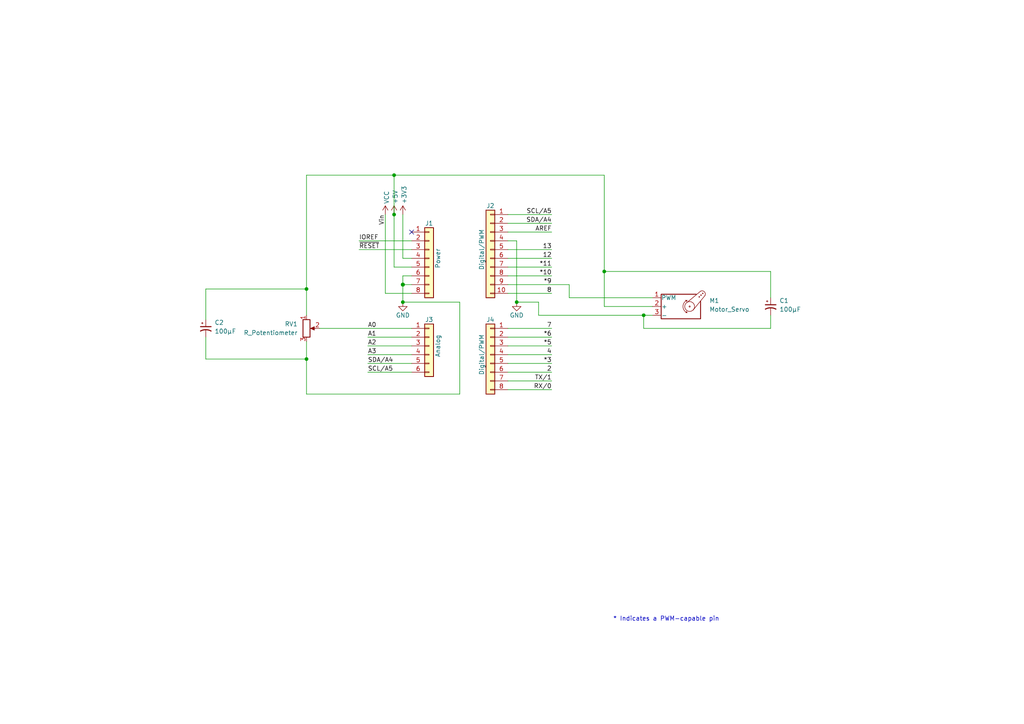
<source format=kicad_sch>
(kicad_sch
	(version 20231120)
	(generator "eeschema")
	(generator_version "8.0")
	(uuid "e63e39d7-6ac0-4ffd-8aa3-1841a4541b55")
	(paper "A4")
	(title_block
		(date "mar. 31 mars 2015")
	)
	(lib_symbols
		(symbol "Connector_Generic:Conn_01x06"
			(pin_names
				(offset 1.016) hide)
			(exclude_from_sim no)
			(in_bom yes)
			(on_board yes)
			(property "Reference" "J"
				(at 0 7.62 0)
				(effects
					(font
						(size 1.27 1.27)
					)
				)
			)
			(property "Value" "Conn_01x06"
				(at 0 -10.16 0)
				(effects
					(font
						(size 1.27 1.27)
					)
				)
			)
			(property "Footprint" ""
				(at 0 0 0)
				(effects
					(font
						(size 1.27 1.27)
					)
					(hide yes)
				)
			)
			(property "Datasheet" "~"
				(at 0 0 0)
				(effects
					(font
						(size 1.27 1.27)
					)
					(hide yes)
				)
			)
			(property "Description" "Generic connector, single row, 01x06, script generated (kicad-library-utils/schlib/autogen/connector/)"
				(at 0 0 0)
				(effects
					(font
						(size 1.27 1.27)
					)
					(hide yes)
				)
			)
			(property "ki_keywords" "connector"
				(at 0 0 0)
				(effects
					(font
						(size 1.27 1.27)
					)
					(hide yes)
				)
			)
			(property "ki_fp_filters" "Connector*:*_1x??_*"
				(at 0 0 0)
				(effects
					(font
						(size 1.27 1.27)
					)
					(hide yes)
				)
			)
			(symbol "Conn_01x06_1_1"
				(rectangle
					(start -1.27 -7.493)
					(end 0 -7.747)
					(stroke
						(width 0.1524)
						(type default)
					)
					(fill
						(type none)
					)
				)
				(rectangle
					(start -1.27 -4.953)
					(end 0 -5.207)
					(stroke
						(width 0.1524)
						(type default)
					)
					(fill
						(type none)
					)
				)
				(rectangle
					(start -1.27 -2.413)
					(end 0 -2.667)
					(stroke
						(width 0.1524)
						(type default)
					)
					(fill
						(type none)
					)
				)
				(rectangle
					(start -1.27 0.127)
					(end 0 -0.127)
					(stroke
						(width 0.1524)
						(type default)
					)
					(fill
						(type none)
					)
				)
				(rectangle
					(start -1.27 2.667)
					(end 0 2.413)
					(stroke
						(width 0.1524)
						(type default)
					)
					(fill
						(type none)
					)
				)
				(rectangle
					(start -1.27 5.207)
					(end 0 4.953)
					(stroke
						(width 0.1524)
						(type default)
					)
					(fill
						(type none)
					)
				)
				(rectangle
					(start -1.27 6.35)
					(end 1.27 -8.89)
					(stroke
						(width 0.254)
						(type default)
					)
					(fill
						(type background)
					)
				)
				(pin passive line
					(at -5.08 5.08 0)
					(length 3.81)
					(name "Pin_1"
						(effects
							(font
								(size 1.27 1.27)
							)
						)
					)
					(number "1"
						(effects
							(font
								(size 1.27 1.27)
							)
						)
					)
				)
				(pin passive line
					(at -5.08 2.54 0)
					(length 3.81)
					(name "Pin_2"
						(effects
							(font
								(size 1.27 1.27)
							)
						)
					)
					(number "2"
						(effects
							(font
								(size 1.27 1.27)
							)
						)
					)
				)
				(pin passive line
					(at -5.08 0 0)
					(length 3.81)
					(name "Pin_3"
						(effects
							(font
								(size 1.27 1.27)
							)
						)
					)
					(number "3"
						(effects
							(font
								(size 1.27 1.27)
							)
						)
					)
				)
				(pin passive line
					(at -5.08 -2.54 0)
					(length 3.81)
					(name "Pin_4"
						(effects
							(font
								(size 1.27 1.27)
							)
						)
					)
					(number "4"
						(effects
							(font
								(size 1.27 1.27)
							)
						)
					)
				)
				(pin passive line
					(at -5.08 -5.08 0)
					(length 3.81)
					(name "Pin_5"
						(effects
							(font
								(size 1.27 1.27)
							)
						)
					)
					(number "5"
						(effects
							(font
								(size 1.27 1.27)
							)
						)
					)
				)
				(pin passive line
					(at -5.08 -7.62 0)
					(length 3.81)
					(name "Pin_6"
						(effects
							(font
								(size 1.27 1.27)
							)
						)
					)
					(number "6"
						(effects
							(font
								(size 1.27 1.27)
							)
						)
					)
				)
			)
		)
		(symbol "Connector_Generic:Conn_01x08"
			(pin_names
				(offset 1.016) hide)
			(exclude_from_sim no)
			(in_bom yes)
			(on_board yes)
			(property "Reference" "J"
				(at 0 10.16 0)
				(effects
					(font
						(size 1.27 1.27)
					)
				)
			)
			(property "Value" "Conn_01x08"
				(at 0 -12.7 0)
				(effects
					(font
						(size 1.27 1.27)
					)
				)
			)
			(property "Footprint" ""
				(at 0 0 0)
				(effects
					(font
						(size 1.27 1.27)
					)
					(hide yes)
				)
			)
			(property "Datasheet" "~"
				(at 0 0 0)
				(effects
					(font
						(size 1.27 1.27)
					)
					(hide yes)
				)
			)
			(property "Description" "Generic connector, single row, 01x08, script generated (kicad-library-utils/schlib/autogen/connector/)"
				(at 0 0 0)
				(effects
					(font
						(size 1.27 1.27)
					)
					(hide yes)
				)
			)
			(property "ki_keywords" "connector"
				(at 0 0 0)
				(effects
					(font
						(size 1.27 1.27)
					)
					(hide yes)
				)
			)
			(property "ki_fp_filters" "Connector*:*_1x??_*"
				(at 0 0 0)
				(effects
					(font
						(size 1.27 1.27)
					)
					(hide yes)
				)
			)
			(symbol "Conn_01x08_1_1"
				(rectangle
					(start -1.27 -10.033)
					(end 0 -10.287)
					(stroke
						(width 0.1524)
						(type default)
					)
					(fill
						(type none)
					)
				)
				(rectangle
					(start -1.27 -7.493)
					(end 0 -7.747)
					(stroke
						(width 0.1524)
						(type default)
					)
					(fill
						(type none)
					)
				)
				(rectangle
					(start -1.27 -4.953)
					(end 0 -5.207)
					(stroke
						(width 0.1524)
						(type default)
					)
					(fill
						(type none)
					)
				)
				(rectangle
					(start -1.27 -2.413)
					(end 0 -2.667)
					(stroke
						(width 0.1524)
						(type default)
					)
					(fill
						(type none)
					)
				)
				(rectangle
					(start -1.27 0.127)
					(end 0 -0.127)
					(stroke
						(width 0.1524)
						(type default)
					)
					(fill
						(type none)
					)
				)
				(rectangle
					(start -1.27 2.667)
					(end 0 2.413)
					(stroke
						(width 0.1524)
						(type default)
					)
					(fill
						(type none)
					)
				)
				(rectangle
					(start -1.27 5.207)
					(end 0 4.953)
					(stroke
						(width 0.1524)
						(type default)
					)
					(fill
						(type none)
					)
				)
				(rectangle
					(start -1.27 7.747)
					(end 0 7.493)
					(stroke
						(width 0.1524)
						(type default)
					)
					(fill
						(type none)
					)
				)
				(rectangle
					(start -1.27 8.89)
					(end 1.27 -11.43)
					(stroke
						(width 0.254)
						(type default)
					)
					(fill
						(type background)
					)
				)
				(pin passive line
					(at -5.08 7.62 0)
					(length 3.81)
					(name "Pin_1"
						(effects
							(font
								(size 1.27 1.27)
							)
						)
					)
					(number "1"
						(effects
							(font
								(size 1.27 1.27)
							)
						)
					)
				)
				(pin passive line
					(at -5.08 5.08 0)
					(length 3.81)
					(name "Pin_2"
						(effects
							(font
								(size 1.27 1.27)
							)
						)
					)
					(number "2"
						(effects
							(font
								(size 1.27 1.27)
							)
						)
					)
				)
				(pin passive line
					(at -5.08 2.54 0)
					(length 3.81)
					(name "Pin_3"
						(effects
							(font
								(size 1.27 1.27)
							)
						)
					)
					(number "3"
						(effects
							(font
								(size 1.27 1.27)
							)
						)
					)
				)
				(pin passive line
					(at -5.08 0 0)
					(length 3.81)
					(name "Pin_4"
						(effects
							(font
								(size 1.27 1.27)
							)
						)
					)
					(number "4"
						(effects
							(font
								(size 1.27 1.27)
							)
						)
					)
				)
				(pin passive line
					(at -5.08 -2.54 0)
					(length 3.81)
					(name "Pin_5"
						(effects
							(font
								(size 1.27 1.27)
							)
						)
					)
					(number "5"
						(effects
							(font
								(size 1.27 1.27)
							)
						)
					)
				)
				(pin passive line
					(at -5.08 -5.08 0)
					(length 3.81)
					(name "Pin_6"
						(effects
							(font
								(size 1.27 1.27)
							)
						)
					)
					(number "6"
						(effects
							(font
								(size 1.27 1.27)
							)
						)
					)
				)
				(pin passive line
					(at -5.08 -7.62 0)
					(length 3.81)
					(name "Pin_7"
						(effects
							(font
								(size 1.27 1.27)
							)
						)
					)
					(number "7"
						(effects
							(font
								(size 1.27 1.27)
							)
						)
					)
				)
				(pin passive line
					(at -5.08 -10.16 0)
					(length 3.81)
					(name "Pin_8"
						(effects
							(font
								(size 1.27 1.27)
							)
						)
					)
					(number "8"
						(effects
							(font
								(size 1.27 1.27)
							)
						)
					)
				)
			)
		)
		(symbol "Connector_Generic:Conn_01x10"
			(pin_names
				(offset 1.016) hide)
			(exclude_from_sim no)
			(in_bom yes)
			(on_board yes)
			(property "Reference" "J"
				(at 0 12.7 0)
				(effects
					(font
						(size 1.27 1.27)
					)
				)
			)
			(property "Value" "Conn_01x10"
				(at 0 -15.24 0)
				(effects
					(font
						(size 1.27 1.27)
					)
				)
			)
			(property "Footprint" ""
				(at 0 0 0)
				(effects
					(font
						(size 1.27 1.27)
					)
					(hide yes)
				)
			)
			(property "Datasheet" "~"
				(at 0 0 0)
				(effects
					(font
						(size 1.27 1.27)
					)
					(hide yes)
				)
			)
			(property "Description" "Generic connector, single row, 01x10, script generated (kicad-library-utils/schlib/autogen/connector/)"
				(at 0 0 0)
				(effects
					(font
						(size 1.27 1.27)
					)
					(hide yes)
				)
			)
			(property "ki_keywords" "connector"
				(at 0 0 0)
				(effects
					(font
						(size 1.27 1.27)
					)
					(hide yes)
				)
			)
			(property "ki_fp_filters" "Connector*:*_1x??_*"
				(at 0 0 0)
				(effects
					(font
						(size 1.27 1.27)
					)
					(hide yes)
				)
			)
			(symbol "Conn_01x10_1_1"
				(rectangle
					(start -1.27 -12.573)
					(end 0 -12.827)
					(stroke
						(width 0.1524)
						(type default)
					)
					(fill
						(type none)
					)
				)
				(rectangle
					(start -1.27 -10.033)
					(end 0 -10.287)
					(stroke
						(width 0.1524)
						(type default)
					)
					(fill
						(type none)
					)
				)
				(rectangle
					(start -1.27 -7.493)
					(end 0 -7.747)
					(stroke
						(width 0.1524)
						(type default)
					)
					(fill
						(type none)
					)
				)
				(rectangle
					(start -1.27 -4.953)
					(end 0 -5.207)
					(stroke
						(width 0.1524)
						(type default)
					)
					(fill
						(type none)
					)
				)
				(rectangle
					(start -1.27 -2.413)
					(end 0 -2.667)
					(stroke
						(width 0.1524)
						(type default)
					)
					(fill
						(type none)
					)
				)
				(rectangle
					(start -1.27 0.127)
					(end 0 -0.127)
					(stroke
						(width 0.1524)
						(type default)
					)
					(fill
						(type none)
					)
				)
				(rectangle
					(start -1.27 2.667)
					(end 0 2.413)
					(stroke
						(width 0.1524)
						(type default)
					)
					(fill
						(type none)
					)
				)
				(rectangle
					(start -1.27 5.207)
					(end 0 4.953)
					(stroke
						(width 0.1524)
						(type default)
					)
					(fill
						(type none)
					)
				)
				(rectangle
					(start -1.27 7.747)
					(end 0 7.493)
					(stroke
						(width 0.1524)
						(type default)
					)
					(fill
						(type none)
					)
				)
				(rectangle
					(start -1.27 10.287)
					(end 0 10.033)
					(stroke
						(width 0.1524)
						(type default)
					)
					(fill
						(type none)
					)
				)
				(rectangle
					(start -1.27 11.43)
					(end 1.27 -13.97)
					(stroke
						(width 0.254)
						(type default)
					)
					(fill
						(type background)
					)
				)
				(pin passive line
					(at -5.08 10.16 0)
					(length 3.81)
					(name "Pin_1"
						(effects
							(font
								(size 1.27 1.27)
							)
						)
					)
					(number "1"
						(effects
							(font
								(size 1.27 1.27)
							)
						)
					)
				)
				(pin passive line
					(at -5.08 -12.7 0)
					(length 3.81)
					(name "Pin_10"
						(effects
							(font
								(size 1.27 1.27)
							)
						)
					)
					(number "10"
						(effects
							(font
								(size 1.27 1.27)
							)
						)
					)
				)
				(pin passive line
					(at -5.08 7.62 0)
					(length 3.81)
					(name "Pin_2"
						(effects
							(font
								(size 1.27 1.27)
							)
						)
					)
					(number "2"
						(effects
							(font
								(size 1.27 1.27)
							)
						)
					)
				)
				(pin passive line
					(at -5.08 5.08 0)
					(length 3.81)
					(name "Pin_3"
						(effects
							(font
								(size 1.27 1.27)
							)
						)
					)
					(number "3"
						(effects
							(font
								(size 1.27 1.27)
							)
						)
					)
				)
				(pin passive line
					(at -5.08 2.54 0)
					(length 3.81)
					(name "Pin_4"
						(effects
							(font
								(size 1.27 1.27)
							)
						)
					)
					(number "4"
						(effects
							(font
								(size 1.27 1.27)
							)
						)
					)
				)
				(pin passive line
					(at -5.08 0 0)
					(length 3.81)
					(name "Pin_5"
						(effects
							(font
								(size 1.27 1.27)
							)
						)
					)
					(number "5"
						(effects
							(font
								(size 1.27 1.27)
							)
						)
					)
				)
				(pin passive line
					(at -5.08 -2.54 0)
					(length 3.81)
					(name "Pin_6"
						(effects
							(font
								(size 1.27 1.27)
							)
						)
					)
					(number "6"
						(effects
							(font
								(size 1.27 1.27)
							)
						)
					)
				)
				(pin passive line
					(at -5.08 -5.08 0)
					(length 3.81)
					(name "Pin_7"
						(effects
							(font
								(size 1.27 1.27)
							)
						)
					)
					(number "7"
						(effects
							(font
								(size 1.27 1.27)
							)
						)
					)
				)
				(pin passive line
					(at -5.08 -7.62 0)
					(length 3.81)
					(name "Pin_8"
						(effects
							(font
								(size 1.27 1.27)
							)
						)
					)
					(number "8"
						(effects
							(font
								(size 1.27 1.27)
							)
						)
					)
				)
				(pin passive line
					(at -5.08 -10.16 0)
					(length 3.81)
					(name "Pin_9"
						(effects
							(font
								(size 1.27 1.27)
							)
						)
					)
					(number "9"
						(effects
							(font
								(size 1.27 1.27)
							)
						)
					)
				)
			)
		)
		(symbol "Device:C_Polarized_Small_US"
			(pin_numbers hide)
			(pin_names
				(offset 0.254) hide)
			(exclude_from_sim no)
			(in_bom yes)
			(on_board yes)
			(property "Reference" "C"
				(at 0.254 1.778 0)
				(effects
					(font
						(size 1.27 1.27)
					)
					(justify left)
				)
			)
			(property "Value" "C_Polarized_Small_US"
				(at 0.254 -2.032 0)
				(effects
					(font
						(size 1.27 1.27)
					)
					(justify left)
				)
			)
			(property "Footprint" ""
				(at 0 0 0)
				(effects
					(font
						(size 1.27 1.27)
					)
					(hide yes)
				)
			)
			(property "Datasheet" "~"
				(at 0 0 0)
				(effects
					(font
						(size 1.27 1.27)
					)
					(hide yes)
				)
			)
			(property "Description" "Polarized capacitor, small US symbol"
				(at 0 0 0)
				(effects
					(font
						(size 1.27 1.27)
					)
					(hide yes)
				)
			)
			(property "ki_keywords" "cap capacitor"
				(at 0 0 0)
				(effects
					(font
						(size 1.27 1.27)
					)
					(hide yes)
				)
			)
			(property "ki_fp_filters" "CP_*"
				(at 0 0 0)
				(effects
					(font
						(size 1.27 1.27)
					)
					(hide yes)
				)
			)
			(symbol "C_Polarized_Small_US_0_1"
				(polyline
					(pts
						(xy -1.524 0.508) (xy 1.524 0.508)
					)
					(stroke
						(width 0.3048)
						(type default)
					)
					(fill
						(type none)
					)
				)
				(polyline
					(pts
						(xy -1.27 1.524) (xy -0.762 1.524)
					)
					(stroke
						(width 0)
						(type default)
					)
					(fill
						(type none)
					)
				)
				(polyline
					(pts
						(xy -1.016 1.27) (xy -1.016 1.778)
					)
					(stroke
						(width 0)
						(type default)
					)
					(fill
						(type none)
					)
				)
				(arc
					(start 1.524 -0.762)
					(mid 0 -0.3734)
					(end -1.524 -0.762)
					(stroke
						(width 0.3048)
						(type default)
					)
					(fill
						(type none)
					)
				)
			)
			(symbol "C_Polarized_Small_US_1_1"
				(pin passive line
					(at 0 2.54 270)
					(length 2.032)
					(name "~"
						(effects
							(font
								(size 1.27 1.27)
							)
						)
					)
					(number "1"
						(effects
							(font
								(size 1.27 1.27)
							)
						)
					)
				)
				(pin passive line
					(at 0 -2.54 90)
					(length 2.032)
					(name "~"
						(effects
							(font
								(size 1.27 1.27)
							)
						)
					)
					(number "2"
						(effects
							(font
								(size 1.27 1.27)
							)
						)
					)
				)
			)
		)
		(symbol "Device:R_Potentiometer"
			(pin_names
				(offset 1.016) hide)
			(exclude_from_sim no)
			(in_bom yes)
			(on_board yes)
			(property "Reference" "RV"
				(at -4.445 0 90)
				(effects
					(font
						(size 1.27 1.27)
					)
				)
			)
			(property "Value" "R_Potentiometer"
				(at -2.54 0 90)
				(effects
					(font
						(size 1.27 1.27)
					)
				)
			)
			(property "Footprint" ""
				(at 0 0 0)
				(effects
					(font
						(size 1.27 1.27)
					)
					(hide yes)
				)
			)
			(property "Datasheet" "~"
				(at 0 0 0)
				(effects
					(font
						(size 1.27 1.27)
					)
					(hide yes)
				)
			)
			(property "Description" "Potentiometer"
				(at 0 0 0)
				(effects
					(font
						(size 1.27 1.27)
					)
					(hide yes)
				)
			)
			(property "ki_keywords" "resistor variable"
				(at 0 0 0)
				(effects
					(font
						(size 1.27 1.27)
					)
					(hide yes)
				)
			)
			(property "ki_fp_filters" "Potentiometer*"
				(at 0 0 0)
				(effects
					(font
						(size 1.27 1.27)
					)
					(hide yes)
				)
			)
			(symbol "R_Potentiometer_0_1"
				(polyline
					(pts
						(xy 2.54 0) (xy 1.524 0)
					)
					(stroke
						(width 0)
						(type default)
					)
					(fill
						(type none)
					)
				)
				(polyline
					(pts
						(xy 1.143 0) (xy 2.286 0.508) (xy 2.286 -0.508) (xy 1.143 0)
					)
					(stroke
						(width 0)
						(type default)
					)
					(fill
						(type outline)
					)
				)
				(rectangle
					(start 1.016 2.54)
					(end -1.016 -2.54)
					(stroke
						(width 0.254)
						(type default)
					)
					(fill
						(type none)
					)
				)
			)
			(symbol "R_Potentiometer_1_1"
				(pin passive line
					(at 0 3.81 270)
					(length 1.27)
					(name "1"
						(effects
							(font
								(size 1.27 1.27)
							)
						)
					)
					(number "1"
						(effects
							(font
								(size 1.27 1.27)
							)
						)
					)
				)
				(pin passive line
					(at 3.81 0 180)
					(length 1.27)
					(name "2"
						(effects
							(font
								(size 1.27 1.27)
							)
						)
					)
					(number "2"
						(effects
							(font
								(size 1.27 1.27)
							)
						)
					)
				)
				(pin passive line
					(at 0 -3.81 90)
					(length 1.27)
					(name "3"
						(effects
							(font
								(size 1.27 1.27)
							)
						)
					)
					(number "3"
						(effects
							(font
								(size 1.27 1.27)
							)
						)
					)
				)
			)
		)
		(symbol "Motor:Motor_Servo"
			(pin_names
				(offset 0.0254)
			)
			(exclude_from_sim no)
			(in_bom yes)
			(on_board yes)
			(property "Reference" "M"
				(at -5.08 4.445 0)
				(effects
					(font
						(size 1.27 1.27)
					)
					(justify left)
				)
			)
			(property "Value" "Motor_Servo"
				(at -5.08 -4.064 0)
				(effects
					(font
						(size 1.27 1.27)
					)
					(justify left top)
				)
			)
			(property "Footprint" ""
				(at 0 -4.826 0)
				(effects
					(font
						(size 1.27 1.27)
					)
					(hide yes)
				)
			)
			(property "Datasheet" "http://forums.parallax.com/uploads/attachments/46831/74481.png"
				(at 0 -4.826 0)
				(effects
					(font
						(size 1.27 1.27)
					)
					(hide yes)
				)
			)
			(property "Description" "Servo Motor (Futaba, HiTec, JR connector)"
				(at 0 0 0)
				(effects
					(font
						(size 1.27 1.27)
					)
					(hide yes)
				)
			)
			(property "ki_keywords" "Servo Motor"
				(at 0 0 0)
				(effects
					(font
						(size 1.27 1.27)
					)
					(hide yes)
				)
			)
			(property "ki_fp_filters" "PinHeader*P2.54mm*"
				(at 0 0 0)
				(effects
					(font
						(size 1.27 1.27)
					)
					(hide yes)
				)
			)
			(symbol "Motor_Servo_0_1"
				(polyline
					(pts
						(xy 2.413 -1.778) (xy 2.032 -1.778)
					)
					(stroke
						(width 0)
						(type default)
					)
					(fill
						(type none)
					)
				)
				(polyline
					(pts
						(xy 2.413 -1.778) (xy 2.286 -1.397)
					)
					(stroke
						(width 0)
						(type default)
					)
					(fill
						(type none)
					)
				)
				(polyline
					(pts
						(xy 2.413 1.778) (xy 1.905 1.778)
					)
					(stroke
						(width 0)
						(type default)
					)
					(fill
						(type none)
					)
				)
				(polyline
					(pts
						(xy 2.413 1.778) (xy 2.286 1.397)
					)
					(stroke
						(width 0)
						(type default)
					)
					(fill
						(type none)
					)
				)
				(polyline
					(pts
						(xy 6.35 4.445) (xy 2.54 1.27)
					)
					(stroke
						(width 0)
						(type default)
					)
					(fill
						(type none)
					)
				)
				(polyline
					(pts
						(xy 7.62 3.175) (xy 4.191 -1.016)
					)
					(stroke
						(width 0)
						(type default)
					)
					(fill
						(type none)
					)
				)
				(polyline
					(pts
						(xy 5.08 3.556) (xy -5.08 3.556) (xy -5.08 -3.556) (xy 6.35 -3.556) (xy 6.35 1.524)
					)
					(stroke
						(width 0.254)
						(type default)
					)
					(fill
						(type none)
					)
				)
				(arc
					(start 2.413 1.778)
					(mid 1.2406 0)
					(end 2.413 -1.778)
					(stroke
						(width 0)
						(type default)
					)
					(fill
						(type none)
					)
				)
				(circle
					(center 3.175 0)
					(radius 0.1778)
					(stroke
						(width 0)
						(type default)
					)
					(fill
						(type none)
					)
				)
				(circle
					(center 3.175 0)
					(radius 1.4224)
					(stroke
						(width 0)
						(type default)
					)
					(fill
						(type none)
					)
				)
				(circle
					(center 5.969 2.794)
					(radius 0.127)
					(stroke
						(width 0)
						(type default)
					)
					(fill
						(type none)
					)
				)
				(circle
					(center 6.477 3.302)
					(radius 0.127)
					(stroke
						(width 0)
						(type default)
					)
					(fill
						(type none)
					)
				)
				(circle
					(center 6.985 3.81)
					(radius 0.127)
					(stroke
						(width 0)
						(type default)
					)
					(fill
						(type none)
					)
				)
				(arc
					(start 7.62 3.175)
					(mid 7.4485 4.2735)
					(end 6.35 4.445)
					(stroke
						(width 0)
						(type default)
					)
					(fill
						(type none)
					)
				)
			)
			(symbol "Motor_Servo_1_1"
				(pin passive line
					(at -7.62 2.54 0)
					(length 2.54)
					(name "PWM"
						(effects
							(font
								(size 1.27 1.27)
							)
						)
					)
					(number "1"
						(effects
							(font
								(size 1.27 1.27)
							)
						)
					)
				)
				(pin passive line
					(at -7.62 0 0)
					(length 2.54)
					(name "+"
						(effects
							(font
								(size 1.27 1.27)
							)
						)
					)
					(number "2"
						(effects
							(font
								(size 1.27 1.27)
							)
						)
					)
				)
				(pin passive line
					(at -7.62 -2.54 0)
					(length 2.54)
					(name "-"
						(effects
							(font
								(size 1.27 1.27)
							)
						)
					)
					(number "3"
						(effects
							(font
								(size 1.27 1.27)
							)
						)
					)
				)
			)
		)
		(symbol "power:+3V3"
			(power)
			(pin_names
				(offset 0)
			)
			(exclude_from_sim no)
			(in_bom yes)
			(on_board yes)
			(property "Reference" "#PWR"
				(at 0 -3.81 0)
				(effects
					(font
						(size 1.27 1.27)
					)
					(hide yes)
				)
			)
			(property "Value" "+3V3"
				(at 0 3.556 0)
				(effects
					(font
						(size 1.27 1.27)
					)
				)
			)
			(property "Footprint" ""
				(at 0 0 0)
				(effects
					(font
						(size 1.27 1.27)
					)
					(hide yes)
				)
			)
			(property "Datasheet" ""
				(at 0 0 0)
				(effects
					(font
						(size 1.27 1.27)
					)
					(hide yes)
				)
			)
			(property "Description" "Power symbol creates a global label with name \"+3V3\""
				(at 0 0 0)
				(effects
					(font
						(size 1.27 1.27)
					)
					(hide yes)
				)
			)
			(property "ki_keywords" "power-flag"
				(at 0 0 0)
				(effects
					(font
						(size 1.27 1.27)
					)
					(hide yes)
				)
			)
			(symbol "+3V3_0_1"
				(polyline
					(pts
						(xy -0.762 1.27) (xy 0 2.54)
					)
					(stroke
						(width 0)
						(type default)
					)
					(fill
						(type none)
					)
				)
				(polyline
					(pts
						(xy 0 0) (xy 0 2.54)
					)
					(stroke
						(width 0)
						(type default)
					)
					(fill
						(type none)
					)
				)
				(polyline
					(pts
						(xy 0 2.54) (xy 0.762 1.27)
					)
					(stroke
						(width 0)
						(type default)
					)
					(fill
						(type none)
					)
				)
			)
			(symbol "+3V3_1_1"
				(pin power_in line
					(at 0 0 90)
					(length 0) hide
					(name "+3V3"
						(effects
							(font
								(size 1.27 1.27)
							)
						)
					)
					(number "1"
						(effects
							(font
								(size 1.27 1.27)
							)
						)
					)
				)
			)
		)
		(symbol "power:+5V"
			(power)
			(pin_names
				(offset 0)
			)
			(exclude_from_sim no)
			(in_bom yes)
			(on_board yes)
			(property "Reference" "#PWR"
				(at 0 -3.81 0)
				(effects
					(font
						(size 1.27 1.27)
					)
					(hide yes)
				)
			)
			(property "Value" "+5V"
				(at 0 3.556 0)
				(effects
					(font
						(size 1.27 1.27)
					)
				)
			)
			(property "Footprint" ""
				(at 0 0 0)
				(effects
					(font
						(size 1.27 1.27)
					)
					(hide yes)
				)
			)
			(property "Datasheet" ""
				(at 0 0 0)
				(effects
					(font
						(size 1.27 1.27)
					)
					(hide yes)
				)
			)
			(property "Description" "Power symbol creates a global label with name \"+5V\""
				(at 0 0 0)
				(effects
					(font
						(size 1.27 1.27)
					)
					(hide yes)
				)
			)
			(property "ki_keywords" "power-flag"
				(at 0 0 0)
				(effects
					(font
						(size 1.27 1.27)
					)
					(hide yes)
				)
			)
			(symbol "+5V_0_1"
				(polyline
					(pts
						(xy -0.762 1.27) (xy 0 2.54)
					)
					(stroke
						(width 0)
						(type default)
					)
					(fill
						(type none)
					)
				)
				(polyline
					(pts
						(xy 0 0) (xy 0 2.54)
					)
					(stroke
						(width 0)
						(type default)
					)
					(fill
						(type none)
					)
				)
				(polyline
					(pts
						(xy 0 2.54) (xy 0.762 1.27)
					)
					(stroke
						(width 0)
						(type default)
					)
					(fill
						(type none)
					)
				)
			)
			(symbol "+5V_1_1"
				(pin power_in line
					(at 0 0 90)
					(length 0) hide
					(name "+5V"
						(effects
							(font
								(size 1.27 1.27)
							)
						)
					)
					(number "1"
						(effects
							(font
								(size 1.27 1.27)
							)
						)
					)
				)
			)
		)
		(symbol "power:GND"
			(power)
			(pin_names
				(offset 0)
			)
			(exclude_from_sim no)
			(in_bom yes)
			(on_board yes)
			(property "Reference" "#PWR"
				(at 0 -6.35 0)
				(effects
					(font
						(size 1.27 1.27)
					)
					(hide yes)
				)
			)
			(property "Value" "GND"
				(at 0 -3.81 0)
				(effects
					(font
						(size 1.27 1.27)
					)
				)
			)
			(property "Footprint" ""
				(at 0 0 0)
				(effects
					(font
						(size 1.27 1.27)
					)
					(hide yes)
				)
			)
			(property "Datasheet" ""
				(at 0 0 0)
				(effects
					(font
						(size 1.27 1.27)
					)
					(hide yes)
				)
			)
			(property "Description" "Power symbol creates a global label with name \"GND\" , ground"
				(at 0 0 0)
				(effects
					(font
						(size 1.27 1.27)
					)
					(hide yes)
				)
			)
			(property "ki_keywords" "power-flag"
				(at 0 0 0)
				(effects
					(font
						(size 1.27 1.27)
					)
					(hide yes)
				)
			)
			(symbol "GND_0_1"
				(polyline
					(pts
						(xy 0 0) (xy 0 -1.27) (xy 1.27 -1.27) (xy 0 -2.54) (xy -1.27 -1.27) (xy 0 -1.27)
					)
					(stroke
						(width 0)
						(type default)
					)
					(fill
						(type none)
					)
				)
			)
			(symbol "GND_1_1"
				(pin power_in line
					(at 0 0 270)
					(length 0) hide
					(name "GND"
						(effects
							(font
								(size 1.27 1.27)
							)
						)
					)
					(number "1"
						(effects
							(font
								(size 1.27 1.27)
							)
						)
					)
				)
			)
		)
		(symbol "power:VCC"
			(power)
			(pin_names
				(offset 0)
			)
			(exclude_from_sim no)
			(in_bom yes)
			(on_board yes)
			(property "Reference" "#PWR"
				(at 0 -3.81 0)
				(effects
					(font
						(size 1.27 1.27)
					)
					(hide yes)
				)
			)
			(property "Value" "VCC"
				(at 0 3.81 0)
				(effects
					(font
						(size 1.27 1.27)
					)
				)
			)
			(property "Footprint" ""
				(at 0 0 0)
				(effects
					(font
						(size 1.27 1.27)
					)
					(hide yes)
				)
			)
			(property "Datasheet" ""
				(at 0 0 0)
				(effects
					(font
						(size 1.27 1.27)
					)
					(hide yes)
				)
			)
			(property "Description" "Power symbol creates a global label with name \"VCC\""
				(at 0 0 0)
				(effects
					(font
						(size 1.27 1.27)
					)
					(hide yes)
				)
			)
			(property "ki_keywords" "power-flag"
				(at 0 0 0)
				(effects
					(font
						(size 1.27 1.27)
					)
					(hide yes)
				)
			)
			(symbol "VCC_0_1"
				(polyline
					(pts
						(xy -0.762 1.27) (xy 0 2.54)
					)
					(stroke
						(width 0)
						(type default)
					)
					(fill
						(type none)
					)
				)
				(polyline
					(pts
						(xy 0 0) (xy 0 2.54)
					)
					(stroke
						(width 0)
						(type default)
					)
					(fill
						(type none)
					)
				)
				(polyline
					(pts
						(xy 0 2.54) (xy 0.762 1.27)
					)
					(stroke
						(width 0)
						(type default)
					)
					(fill
						(type none)
					)
				)
			)
			(symbol "VCC_1_1"
				(pin power_in line
					(at 0 0 90)
					(length 0) hide
					(name "VCC"
						(effects
							(font
								(size 1.27 1.27)
							)
						)
					)
					(number "1"
						(effects
							(font
								(size 1.27 1.27)
							)
						)
					)
				)
			)
		)
	)
	(junction
		(at 88.9 83.82)
		(diameter 0)
		(color 0 0 0 0)
		(uuid "03b4fc80-fdcb-4cfe-aaa3-05a430498852")
	)
	(junction
		(at 114.3 50.8)
		(diameter 0)
		(color 0 0 0 0)
		(uuid "1d052543-d8db-4dbe-8403-5126ce145b3c")
	)
	(junction
		(at 88.9 104.14)
		(diameter 0)
		(color 0 0 0 0)
		(uuid "1f4f4218-8bb9-4e49-8bc6-4bffcde843e4")
	)
	(junction
		(at 149.86 87.63)
		(diameter 0)
		(color 0 0 0 0)
		(uuid "210190c8-f73c-4d0c-a739-0a4a851f8f32")
	)
	(junction
		(at 186.69 91.44)
		(diameter 0)
		(color 0 0 0 0)
		(uuid "298e2965-f8ac-41a8-ad13-050c00498202")
	)
	(junction
		(at 116.84 82.55)
		(diameter 1.016)
		(color 0 0 0 0)
		(uuid "3dcc657b-55a1-48e0-9667-e01e7b6b08b5")
	)
	(junction
		(at 114.3 62.23)
		(diameter 0)
		(color 0 0 0 0)
		(uuid "d7d98174-379e-41f6-9822-f6c93abf9c47")
	)
	(junction
		(at 175.26 78.74)
		(diameter 0)
		(color 0 0 0 0)
		(uuid "da27045f-21e5-4aac-ac49-6ef0dbb5f427")
	)
	(junction
		(at 116.84 87.63)
		(diameter 0)
		(color 0 0 0 0)
		(uuid "f0da8e58-dfec-4e02-857b-22e0e2848bc5")
	)
	(no_connect
		(at 119.38 67.31)
		(uuid "d181157c-7812-47e5-a0cf-9580c905fc86")
	)
	(wire
		(pts
			(xy 147.32 113.03) (xy 160.02 113.03)
		)
		(stroke
			(width 0)
			(type solid)
		)
		(uuid "010ba307-2067-49d3-b0fa-6414143f3fc2")
	)
	(wire
		(pts
			(xy 186.69 91.44) (xy 156.21 91.44)
		)
		(stroke
			(width 0)
			(type default)
		)
		(uuid "01b94224-4258-4cbc-bb83-99138b0287c9")
	)
	(wire
		(pts
			(xy 147.32 80.01) (xy 160.02 80.01)
		)
		(stroke
			(width 0)
			(type solid)
		)
		(uuid "09480ba4-37da-45e3-b9fe-6beebf876349")
	)
	(wire
		(pts
			(xy 147.32 62.23) (xy 160.02 62.23)
		)
		(stroke
			(width 0)
			(type solid)
		)
		(uuid "0f5d2189-4ead-42fa-8f7a-cfa3af4de132")
	)
	(wire
		(pts
			(xy 186.69 91.44) (xy 186.69 95.25)
		)
		(stroke
			(width 0)
			(type default)
		)
		(uuid "10950ba5-8ea0-4cc7-a66f-6c1c18438676")
	)
	(wire
		(pts
			(xy 88.9 83.82) (xy 88.9 91.44)
		)
		(stroke
			(width 0)
			(type solid)
		)
		(uuid "1a76dc89-5497-47c8-a08e-4095ea1d2eba")
	)
	(wire
		(pts
			(xy 116.84 80.01) (xy 116.84 82.55)
		)
		(stroke
			(width 0)
			(type solid)
		)
		(uuid "1c31b835-925f-4a5c-92df-8f2558bb711b")
	)
	(wire
		(pts
			(xy 106.68 107.95) (xy 119.38 107.95)
		)
		(stroke
			(width 0)
			(type solid)
		)
		(uuid "20854542-d0b0-4be7-af02-0e5fceb34e01")
	)
	(wire
		(pts
			(xy 116.84 82.55) (xy 116.84 87.63)
		)
		(stroke
			(width 0)
			(type solid)
		)
		(uuid "2df788b2-ce68-49bc-a497-4b6570a17f30")
	)
	(wire
		(pts
			(xy 156.21 91.44) (xy 156.21 87.63)
		)
		(stroke
			(width 0)
			(type default)
		)
		(uuid "317d4a8a-c31c-4919-a9ba-c1b5d8552ff3")
	)
	(wire
		(pts
			(xy 116.84 74.93) (xy 119.38 74.93)
		)
		(stroke
			(width 0)
			(type solid)
		)
		(uuid "3334b11d-5a13-40b4-a117-d693c543e4ab")
	)
	(wire
		(pts
			(xy 114.3 77.47) (xy 119.38 77.47)
		)
		(stroke
			(width 0)
			(type solid)
		)
		(uuid "3661f80c-fef8-4441-83be-df8930b3b45e")
	)
	(wire
		(pts
			(xy 114.3 62.23) (xy 114.3 77.47)
		)
		(stroke
			(width 0)
			(type solid)
		)
		(uuid "392bf1f6-bf67-427d-8d4c-0a87cb757556")
	)
	(wire
		(pts
			(xy 147.32 72.39) (xy 160.02 72.39)
		)
		(stroke
			(width 0)
			(type solid)
		)
		(uuid "4227fa6f-c399-4f14-8228-23e39d2b7e7d")
	)
	(wire
		(pts
			(xy 116.84 62.23) (xy 116.84 74.93)
		)
		(stroke
			(width 0)
			(type solid)
		)
		(uuid "442fb4de-4d55-45de-bc27-3e6222ceb890")
	)
	(wire
		(pts
			(xy 88.9 99.06) (xy 88.9 104.14)
		)
		(stroke
			(width 0)
			(type default)
		)
		(uuid "4442f077-2c12-447a-b013-6fb1bb36524f")
	)
	(wire
		(pts
			(xy 147.32 95.25) (xy 160.02 95.25)
		)
		(stroke
			(width 0)
			(type solid)
		)
		(uuid "4455ee2e-5642-42c1-a83b-f7e65fa0c2f1")
	)
	(wire
		(pts
			(xy 92.71 95.25) (xy 119.38 95.25)
		)
		(stroke
			(width 0)
			(type solid)
		)
		(uuid "486ca832-85f4-4989-b0f4-569faf9be534")
	)
	(wire
		(pts
			(xy 147.32 74.93) (xy 160.02 74.93)
		)
		(stroke
			(width 0)
			(type solid)
		)
		(uuid "4a910b57-a5cd-4105-ab4f-bde2a80d4f00")
	)
	(wire
		(pts
			(xy 189.23 88.9) (xy 175.26 88.9)
		)
		(stroke
			(width 0)
			(type default)
		)
		(uuid "4ce9b343-cb0c-44d4-9549-f036c4d37fff")
	)
	(wire
		(pts
			(xy 147.32 97.79) (xy 160.02 97.79)
		)
		(stroke
			(width 0)
			(type solid)
		)
		(uuid "4e60e1af-19bd-45a0-b418-b7030b594dde")
	)
	(wire
		(pts
			(xy 59.69 104.14) (xy 88.9 104.14)
		)
		(stroke
			(width 0)
			(type default)
		)
		(uuid "51fb8495-c9bf-4e05-b969-34e301f1e170")
	)
	(wire
		(pts
			(xy 133.35 87.63) (xy 116.84 87.63)
		)
		(stroke
			(width 0)
			(type default)
		)
		(uuid "5a156cce-42c6-4728-b6df-42ff913f7a63")
	)
	(wire
		(pts
			(xy 189.23 91.44) (xy 186.69 91.44)
		)
		(stroke
			(width 0)
			(type default)
		)
		(uuid "5d54ed23-930f-4f90-999b-930fd74b9b0c")
	)
	(wire
		(pts
			(xy 147.32 82.55) (xy 165.1 82.55)
		)
		(stroke
			(width 0)
			(type solid)
		)
		(uuid "63f2b71b-521b-4210-bf06-ed65e330fccc")
	)
	(wire
		(pts
			(xy 59.69 97.79) (xy 59.69 104.14)
		)
		(stroke
			(width 0)
			(type default)
		)
		(uuid "667a916b-1609-4ad7-86d8-227ae80c3de8")
	)
	(wire
		(pts
			(xy 186.69 95.25) (xy 223.52 95.25)
		)
		(stroke
			(width 0)
			(type default)
		)
		(uuid "68905155-b77a-4330-a12f-8adac35bd6ba")
	)
	(wire
		(pts
			(xy 147.32 102.87) (xy 160.02 102.87)
		)
		(stroke
			(width 0)
			(type solid)
		)
		(uuid "6bb3ea5f-9e60-4add-9d97-244be2cf61d2")
	)
	(wire
		(pts
			(xy 175.26 50.8) (xy 114.3 50.8)
		)
		(stroke
			(width 0)
			(type default)
		)
		(uuid "6bcf083f-7d46-4355-b1d8-8d206bf96416")
	)
	(wire
		(pts
			(xy 133.35 114.3) (xy 133.35 87.63)
		)
		(stroke
			(width 0)
			(type default)
		)
		(uuid "73ac2591-7822-4f8b-9cb8-fd37019aa91d")
	)
	(wire
		(pts
			(xy 104.14 69.85) (xy 119.38 69.85)
		)
		(stroke
			(width 0)
			(type solid)
		)
		(uuid "73d4774c-1387-4550-b580-a1cc0ac89b89")
	)
	(wire
		(pts
			(xy 175.26 78.74) (xy 175.26 50.8)
		)
		(stroke
			(width 0)
			(type default)
		)
		(uuid "74fd312a-4743-43f6-83ba-415a79ca352e")
	)
	(wire
		(pts
			(xy 223.52 78.74) (xy 175.26 78.74)
		)
		(stroke
			(width 0)
			(type default)
		)
		(uuid "7ae26eb5-e6fc-405f-a715-87cf71db8623")
	)
	(wire
		(pts
			(xy 149.86 69.85) (xy 149.86 87.63)
		)
		(stroke
			(width 0)
			(type solid)
		)
		(uuid "84ce350c-b0c1-4e69-9ab2-f7ec7b8bb312")
	)
	(wire
		(pts
			(xy 88.9 50.8) (xy 88.9 83.82)
		)
		(stroke
			(width 0)
			(type solid)
		)
		(uuid "867ffe5d-d3f4-4579-b409-84883d679fea")
	)
	(wire
		(pts
			(xy 114.3 62.23) (xy 114.3 50.8)
		)
		(stroke
			(width 0)
			(type solid)
		)
		(uuid "87347a2b-04ca-4a21-b9cc-cf929b387edb")
	)
	(wire
		(pts
			(xy 156.21 87.63) (xy 149.86 87.63)
		)
		(stroke
			(width 0)
			(type default)
		)
		(uuid "87a9bfd3-6c69-4817-85d0-018d52bdc7e7")
	)
	(wire
		(pts
			(xy 147.32 67.31) (xy 160.02 67.31)
		)
		(stroke
			(width 0)
			(type solid)
		)
		(uuid "8a3d35a2-f0f6-4dec-a606-7c8e288ca828")
	)
	(wire
		(pts
			(xy 119.38 100.33) (xy 106.68 100.33)
		)
		(stroke
			(width 0)
			(type solid)
		)
		(uuid "9377eb1a-3b12-438c-8ebd-f86ace1e8d25")
	)
	(wire
		(pts
			(xy 104.14 72.39) (xy 119.38 72.39)
		)
		(stroke
			(width 0)
			(type solid)
		)
		(uuid "93e52853-9d1e-4afe-aee8-b825ab9f5d09")
	)
	(wire
		(pts
			(xy 119.38 82.55) (xy 116.84 82.55)
		)
		(stroke
			(width 0)
			(type solid)
		)
		(uuid "97df9ac9-dbb8-472e-b84f-3684d0eb5efc")
	)
	(wire
		(pts
			(xy 88.9 114.3) (xy 133.35 114.3)
		)
		(stroke
			(width 0)
			(type default)
		)
		(uuid "9c922b66-e94e-403d-b86c-3a5f36c8a637")
	)
	(wire
		(pts
			(xy 119.38 85.09) (xy 111.76 85.09)
		)
		(stroke
			(width 0)
			(type solid)
		)
		(uuid "a7518f9d-05df-4211-ba17-5d615f04ec46")
	)
	(wire
		(pts
			(xy 106.68 97.79) (xy 119.38 97.79)
		)
		(stroke
			(width 0)
			(type solid)
		)
		(uuid "aab97e46-23d6-4cbf-8684-537b94306d68")
	)
	(wire
		(pts
			(xy 189.23 86.36) (xy 165.1 86.36)
		)
		(stroke
			(width 0)
			(type default)
		)
		(uuid "ac4e8573-1300-4dd5-bf1e-978f741bb852")
	)
	(wire
		(pts
			(xy 147.32 69.85) (xy 149.86 69.85)
		)
		(stroke
			(width 0)
			(type solid)
		)
		(uuid "bcbc7302-8a54-4b9b-98b9-f277f1b20941")
	)
	(wire
		(pts
			(xy 119.38 80.01) (xy 116.84 80.01)
		)
		(stroke
			(width 0)
			(type solid)
		)
		(uuid "c12796ad-cf20-466f-9ab3-9cf441392c32")
	)
	(wire
		(pts
			(xy 147.32 77.47) (xy 160.02 77.47)
		)
		(stroke
			(width 0)
			(type solid)
		)
		(uuid "c722a1ff-12f1-49e5-88a4-44ffeb509ca2")
	)
	(wire
		(pts
			(xy 147.32 100.33) (xy 160.02 100.33)
		)
		(stroke
			(width 0)
			(type solid)
		)
		(uuid "cfe99980-2d98-4372-b495-04c53027340b")
	)
	(wire
		(pts
			(xy 223.52 95.25) (xy 223.52 91.44)
		)
		(stroke
			(width 0)
			(type default)
		)
		(uuid "d2f1cbb7-276f-4660-9402-aeb9ac088a5c")
	)
	(wire
		(pts
			(xy 106.68 102.87) (xy 119.38 102.87)
		)
		(stroke
			(width 0)
			(type solid)
		)
		(uuid "d3042136-2605-44b2-aebb-5484a9c90933")
	)
	(wire
		(pts
			(xy 175.26 88.9) (xy 175.26 78.74)
		)
		(stroke
			(width 0)
			(type default)
		)
		(uuid "d6dc291b-86fd-4b45-8500-35824470c436")
	)
	(wire
		(pts
			(xy 59.69 83.82) (xy 88.9 83.82)
		)
		(stroke
			(width 0)
			(type default)
		)
		(uuid "d9787812-9d64-44b9-b775-894366deaf93")
	)
	(wire
		(pts
			(xy 165.1 86.36) (xy 165.1 82.55)
		)
		(stroke
			(width 0)
			(type default)
		)
		(uuid "de54052c-f34f-410e-8a4f-9174c75e416c")
	)
	(wire
		(pts
			(xy 114.3 50.8) (xy 88.9 50.8)
		)
		(stroke
			(width 0)
			(type solid)
		)
		(uuid "ded7aba0-d581-4ef0-9cf0-dfce862746d2")
	)
	(wire
		(pts
			(xy 59.69 92.71) (xy 59.69 83.82)
		)
		(stroke
			(width 0)
			(type default)
		)
		(uuid "e6a488bc-24cf-4cde-89cf-db0db252d6d4")
	)
	(wire
		(pts
			(xy 147.32 64.77) (xy 160.02 64.77)
		)
		(stroke
			(width 0)
			(type solid)
		)
		(uuid "e7278977-132b-4777-9eb4-7d93363a4379")
	)
	(wire
		(pts
			(xy 147.32 107.95) (xy 160.02 107.95)
		)
		(stroke
			(width 0)
			(type solid)
		)
		(uuid "e9bdd59b-3252-4c44-a357-6fa1af0c210c")
	)
	(wire
		(pts
			(xy 147.32 105.41) (xy 160.02 105.41)
		)
		(stroke
			(width 0)
			(type solid)
		)
		(uuid "ec76dcc9-9949-4dda-bd76-046204829cb4")
	)
	(wire
		(pts
			(xy 147.32 110.49) (xy 160.02 110.49)
		)
		(stroke
			(width 0)
			(type solid)
		)
		(uuid "f853d1d4-c722-44df-98bf-4a6114204628")
	)
	(wire
		(pts
			(xy 111.76 85.09) (xy 111.76 62.23)
		)
		(stroke
			(width 0)
			(type solid)
		)
		(uuid "f8de70cd-e47d-4e80-8f3a-077e9df93aa8")
	)
	(wire
		(pts
			(xy 88.9 104.14) (xy 88.9 114.3)
		)
		(stroke
			(width 0)
			(type default)
		)
		(uuid "fb7d1608-e831-4d19-80b3-d80e0de3c4c5")
	)
	(wire
		(pts
			(xy 223.52 86.36) (xy 223.52 78.74)
		)
		(stroke
			(width 0)
			(type default)
		)
		(uuid "fbc8c6ae-2e04-4134-b5c9-5909b9423e81")
	)
	(wire
		(pts
			(xy 119.38 105.41) (xy 106.68 105.41)
		)
		(stroke
			(width 0)
			(type solid)
		)
		(uuid "fc39c32d-65b8-4d16-9db5-de89c54a1206")
	)
	(wire
		(pts
			(xy 147.32 85.09) (xy 160.02 85.09)
		)
		(stroke
			(width 0)
			(type solid)
		)
		(uuid "fe837306-92d0-4847-ad21-76c47ae932d1")
	)
	(text "* Indicates a PWM-capable pin"
		(exclude_from_sim no)
		(at 177.8 180.34 0)
		(effects
			(font
				(size 1.27 1.27)
			)
			(justify left bottom)
		)
		(uuid "c364973a-9a67-4667-8185-a3a5c6c6cbdf")
	)
	(label "RX{slash}0"
		(at 160.02 113.03 180)
		(fields_autoplaced yes)
		(effects
			(font
				(size 1.27 1.27)
			)
			(justify right bottom)
		)
		(uuid "01ea9310-cf66-436b-9b89-1a2f4237b59e")
	)
	(label "A2"
		(at 106.68 100.33 0)
		(fields_autoplaced yes)
		(effects
			(font
				(size 1.27 1.27)
			)
			(justify left bottom)
		)
		(uuid "09251fd4-af37-4d86-8951-1faaac710ffa")
	)
	(label "4"
		(at 160.02 102.87 180)
		(fields_autoplaced yes)
		(effects
			(font
				(size 1.27 1.27)
			)
			(justify right bottom)
		)
		(uuid "0d8cfe6d-11bf-42b9-9752-f9a5a76bce7e")
	)
	(label "2"
		(at 160.02 107.95 180)
		(fields_autoplaced yes)
		(effects
			(font
				(size 1.27 1.27)
			)
			(justify right bottom)
		)
		(uuid "23f0c933-49f0-4410-a8db-8b017f48dadc")
	)
	(label "A3"
		(at 106.68 102.87 0)
		(fields_autoplaced yes)
		(effects
			(font
				(size 1.27 1.27)
			)
			(justify left bottom)
		)
		(uuid "2c60ab74-0590-423b-8921-6f3212a358d2")
	)
	(label "13"
		(at 160.02 72.39 180)
		(fields_autoplaced yes)
		(effects
			(font
				(size 1.27 1.27)
			)
			(justify right bottom)
		)
		(uuid "35bc5b35-b7b2-44d5-bbed-557f428649b2")
	)
	(label "12"
		(at 160.02 74.93 180)
		(fields_autoplaced yes)
		(effects
			(font
				(size 1.27 1.27)
			)
			(justify right bottom)
		)
		(uuid "3ffaa3b1-1d78-4c7b-bdf9-f1a8019c92fd")
	)
	(label "~{RESET}"
		(at 104.14 72.39 0)
		(fields_autoplaced yes)
		(effects
			(font
				(size 1.27 1.27)
			)
			(justify left bottom)
		)
		(uuid "49585dba-cfa7-4813-841e-9d900d43ecf4")
	)
	(label "*10"
		(at 160.02 80.01 180)
		(fields_autoplaced yes)
		(effects
			(font
				(size 1.27 1.27)
			)
			(justify right bottom)
		)
		(uuid "54be04e4-fffa-4f7f-8a5f-d0de81314e8f")
	)
	(label "7"
		(at 160.02 95.25 180)
		(fields_autoplaced yes)
		(effects
			(font
				(size 1.27 1.27)
			)
			(justify right bottom)
		)
		(uuid "873d2c88-519e-482f-a3ed-2484e5f9417e")
	)
	(label "SDA{slash}A4"
		(at 160.02 64.77 180)
		(fields_autoplaced yes)
		(effects
			(font
				(size 1.27 1.27)
			)
			(justify right bottom)
		)
		(uuid "8885a9dc-224d-44c5-8601-05c1d9983e09")
	)
	(label "8"
		(at 160.02 85.09 180)
		(fields_autoplaced yes)
		(effects
			(font
				(size 1.27 1.27)
			)
			(justify right bottom)
		)
		(uuid "89b0e564-e7aa-4224-80c9-3f0614fede8f")
	)
	(label "*11"
		(at 160.02 77.47 180)
		(fields_autoplaced yes)
		(effects
			(font
				(size 1.27 1.27)
			)
			(justify right bottom)
		)
		(uuid "9ad5a781-2469-4c8f-8abf-a1c3586f7cb7")
	)
	(label "*3"
		(at 160.02 105.41 180)
		(fields_autoplaced yes)
		(effects
			(font
				(size 1.27 1.27)
			)
			(justify right bottom)
		)
		(uuid "9cccf5f9-68a4-4e61-b418-6185dd6a5f9a")
	)
	(label "A1"
		(at 106.68 97.79 0)
		(fields_autoplaced yes)
		(effects
			(font
				(size 1.27 1.27)
			)
			(justify left bottom)
		)
		(uuid "acc9991b-1bdd-4544-9a08-4037937485cb")
	)
	(label "TX{slash}1"
		(at 160.02 110.49 180)
		(fields_autoplaced yes)
		(effects
			(font
				(size 1.27 1.27)
			)
			(justify right bottom)
		)
		(uuid "ae2c9582-b445-44bd-b371-7fc74f6cf852")
	)
	(label "A0"
		(at 106.68 95.25 0)
		(fields_autoplaced yes)
		(effects
			(font
				(size 1.27 1.27)
			)
			(justify left bottom)
		)
		(uuid "ba02dc27-26a3-4648-b0aa-06b6dcaf001f")
	)
	(label "AREF"
		(at 160.02 67.31 180)
		(fields_autoplaced yes)
		(effects
			(font
				(size 1.27 1.27)
			)
			(justify right bottom)
		)
		(uuid "bbf52cf8-6d97-4499-a9ee-3657cebcdabf")
	)
	(label "Vin"
		(at 111.76 62.23 270)
		(fields_autoplaced yes)
		(effects
			(font
				(size 1.27 1.27)
			)
			(justify right bottom)
		)
		(uuid "c348793d-eec0-4f33-9b91-2cae8b4224a4")
	)
	(label "*6"
		(at 160.02 97.79 180)
		(fields_autoplaced yes)
		(effects
			(font
				(size 1.27 1.27)
			)
			(justify right bottom)
		)
		(uuid "c775d4e8-c37b-4e73-90c1-1c8d36333aac")
	)
	(label "SCL{slash}A5"
		(at 160.02 62.23 180)
		(fields_autoplaced yes)
		(effects
			(font
				(size 1.27 1.27)
			)
			(justify right bottom)
		)
		(uuid "cba886fc-172a-42fe-8e4c-daace6eaef8e")
	)
	(label "*9"
		(at 160.02 82.55 180)
		(fields_autoplaced yes)
		(effects
			(font
				(size 1.27 1.27)
			)
			(justify right bottom)
		)
		(uuid "ccb58899-a82d-403c-b30b-ee351d622e9c")
	)
	(label "*5"
		(at 160.02 100.33 180)
		(fields_autoplaced yes)
		(effects
			(font
				(size 1.27 1.27)
			)
			(justify right bottom)
		)
		(uuid "d9a65242-9c26-45cd-9a55-3e69f0d77784")
	)
	(label "IOREF"
		(at 104.14 69.85 0)
		(fields_autoplaced yes)
		(effects
			(font
				(size 1.27 1.27)
			)
			(justify left bottom)
		)
		(uuid "de819ae4-b245-474b-a426-865ba877b8a2")
	)
	(label "SDA{slash}A4"
		(at 106.68 105.41 0)
		(fields_autoplaced yes)
		(effects
			(font
				(size 1.27 1.27)
			)
			(justify left bottom)
		)
		(uuid "e7ce99b8-ca22-4c56-9e55-39d32c709f3c")
	)
	(label "SCL{slash}A5"
		(at 106.68 107.95 0)
		(fields_autoplaced yes)
		(effects
			(font
				(size 1.27 1.27)
			)
			(justify left bottom)
		)
		(uuid "ea5aa60b-a25e-41a1-9e06-c7b6f957567f")
	)
	(symbol
		(lib_id "Connector_Generic:Conn_01x08")
		(at 124.46 74.93 0)
		(unit 1)
		(exclude_from_sim no)
		(in_bom yes)
		(on_board yes)
		(dnp no)
		(uuid "00000000-0000-0000-0000-000056d71773")
		(property "Reference" "J1"
			(at 124.46 64.77 0)
			(effects
				(font
					(size 1.27 1.27)
				)
			)
		)
		(property "Value" "Power"
			(at 127 74.93 90)
			(effects
				(font
					(size 1.27 1.27)
				)
			)
		)
		(property "Footprint" "Connector_PinSocket_2.54mm:PinSocket_1x08_P2.54mm_Vertical"
			(at 124.46 74.93 0)
			(effects
				(font
					(size 1.27 1.27)
				)
				(hide yes)
			)
		)
		(property "Datasheet" ""
			(at 124.46 74.93 0)
			(effects
				(font
					(size 1.27 1.27)
				)
			)
		)
		(property "Description" ""
			(at 124.46 74.93 0)
			(effects
				(font
					(size 1.27 1.27)
				)
				(hide yes)
			)
		)
		(pin "1"
			(uuid "d4c02b7e-3be7-4193-a989-fb40130f3319")
		)
		(pin "2"
			(uuid "1d9f20f8-8d42-4e3d-aece-4c12cc80d0d3")
		)
		(pin "3"
			(uuid "4801b550-c773-45a3-9bc6-15a3e9341f08")
		)
		(pin "4"
			(uuid "fbe5a73e-5be6-45ba-85f2-2891508cd936")
		)
		(pin "5"
			(uuid "8f0d2977-6611-4bfc-9a74-1791861e9159")
		)
		(pin "6"
			(uuid "270f30a7-c159-467b-ab5f-aee66a24a8c7")
		)
		(pin "7"
			(uuid "760eb2a5-8bbd-4298-88f0-2b1528e020ff")
		)
		(pin "8"
			(uuid "6a44a55c-6ae0-4d79-b4a1-52d3e48a7065")
		)
		(instances
			(project "5_mood_cue"
				(path "/e63e39d7-6ac0-4ffd-8aa3-1841a4541b55"
					(reference "J1")
					(unit 1)
				)
			)
		)
	)
	(symbol
		(lib_id "power:+3V3")
		(at 116.84 62.23 0)
		(unit 1)
		(exclude_from_sim no)
		(in_bom yes)
		(on_board yes)
		(dnp no)
		(uuid "00000000-0000-0000-0000-000056d71aa9")
		(property "Reference" "#PWR03"
			(at 116.84 66.04 0)
			(effects
				(font
					(size 1.27 1.27)
				)
				(hide yes)
			)
		)
		(property "Value" "+3V3"
			(at 117.221 59.182 90)
			(effects
				(font
					(size 1.27 1.27)
				)
				(justify left)
			)
		)
		(property "Footprint" ""
			(at 116.84 62.23 0)
			(effects
				(font
					(size 1.27 1.27)
				)
			)
		)
		(property "Datasheet" ""
			(at 116.84 62.23 0)
			(effects
				(font
					(size 1.27 1.27)
				)
			)
		)
		(property "Description" ""
			(at 116.84 62.23 0)
			(effects
				(font
					(size 1.27 1.27)
				)
				(hide yes)
			)
		)
		(pin "1"
			(uuid "25f7f7e2-1fc6-41d8-a14b-2d2742e98c50")
		)
		(instances
			(project "5_mood_cue"
				(path "/e63e39d7-6ac0-4ffd-8aa3-1841a4541b55"
					(reference "#PWR03")
					(unit 1)
				)
			)
		)
	)
	(symbol
		(lib_id "power:+5V")
		(at 114.3 62.23 0)
		(unit 1)
		(exclude_from_sim no)
		(in_bom yes)
		(on_board yes)
		(dnp no)
		(uuid "00000000-0000-0000-0000-000056d71d10")
		(property "Reference" "#PWR02"
			(at 114.3 66.04 0)
			(effects
				(font
					(size 1.27 1.27)
				)
				(hide yes)
			)
		)
		(property "Value" "+5V"
			(at 114.6556 59.182 90)
			(effects
				(font
					(size 1.27 1.27)
				)
				(justify left)
			)
		)
		(property "Footprint" ""
			(at 114.3 62.23 0)
			(effects
				(font
					(size 1.27 1.27)
				)
			)
		)
		(property "Datasheet" ""
			(at 114.3 62.23 0)
			(effects
				(font
					(size 1.27 1.27)
				)
			)
		)
		(property "Description" ""
			(at 114.3 62.23 0)
			(effects
				(font
					(size 1.27 1.27)
				)
				(hide yes)
			)
		)
		(pin "1"
			(uuid "fdd33dcf-399e-4ac6-99f5-9ccff615cf55")
		)
		(instances
			(project "5_mood_cue"
				(path "/e63e39d7-6ac0-4ffd-8aa3-1841a4541b55"
					(reference "#PWR02")
					(unit 1)
				)
			)
		)
	)
	(symbol
		(lib_id "power:GND")
		(at 116.84 87.63 0)
		(unit 1)
		(exclude_from_sim no)
		(in_bom yes)
		(on_board yes)
		(dnp no)
		(uuid "00000000-0000-0000-0000-000056d721e6")
		(property "Reference" "#PWR04"
			(at 116.84 93.98 0)
			(effects
				(font
					(size 1.27 1.27)
				)
				(hide yes)
			)
		)
		(property "Value" "GND"
			(at 116.84 91.44 0)
			(effects
				(font
					(size 1.27 1.27)
				)
			)
		)
		(property "Footprint" ""
			(at 116.84 87.63 0)
			(effects
				(font
					(size 1.27 1.27)
				)
			)
		)
		(property "Datasheet" ""
			(at 116.84 87.63 0)
			(effects
				(font
					(size 1.27 1.27)
				)
			)
		)
		(property "Description" ""
			(at 116.84 87.63 0)
			(effects
				(font
					(size 1.27 1.27)
				)
				(hide yes)
			)
		)
		(pin "1"
			(uuid "87fd47b6-2ebb-4b03-a4f0-be8b5717bf68")
		)
		(instances
			(project "5_mood_cue"
				(path "/e63e39d7-6ac0-4ffd-8aa3-1841a4541b55"
					(reference "#PWR04")
					(unit 1)
				)
			)
		)
	)
	(symbol
		(lib_id "Connector_Generic:Conn_01x10")
		(at 142.24 72.39 0)
		(mirror y)
		(unit 1)
		(exclude_from_sim no)
		(in_bom yes)
		(on_board yes)
		(dnp no)
		(uuid "00000000-0000-0000-0000-000056d72368")
		(property "Reference" "J2"
			(at 142.24 59.69 0)
			(effects
				(font
					(size 1.27 1.27)
				)
			)
		)
		(property "Value" "Digital/PWM"
			(at 139.7 72.39 90)
			(effects
				(font
					(size 1.27 1.27)
				)
			)
		)
		(property "Footprint" "Connector_PinSocket_2.54mm:PinSocket_1x10_P2.54mm_Vertical"
			(at 142.24 72.39 0)
			(effects
				(font
					(size 1.27 1.27)
				)
				(hide yes)
			)
		)
		(property "Datasheet" ""
			(at 142.24 72.39 0)
			(effects
				(font
					(size 1.27 1.27)
				)
			)
		)
		(property "Description" ""
			(at 142.24 72.39 0)
			(effects
				(font
					(size 1.27 1.27)
				)
				(hide yes)
			)
		)
		(pin "1"
			(uuid "479c0210-c5dd-4420-aa63-d8c5247cc255")
		)
		(pin "10"
			(uuid "69b11fa8-6d66-48cf-aa54-1a3009033625")
		)
		(pin "2"
			(uuid "013a3d11-607f-4568-bbac-ce1ce9ce9f7a")
		)
		(pin "3"
			(uuid "92bea09f-8c05-493b-981e-5298e629b225")
		)
		(pin "4"
			(uuid "66c1cab1-9206-4430-914c-14dcf23db70f")
		)
		(pin "5"
			(uuid "e264de4a-49ca-4afe-b718-4f94ad734148")
		)
		(pin "6"
			(uuid "03467115-7f58-481b-9fbc-afb2550dd13c")
		)
		(pin "7"
			(uuid "9aa9dec0-f260-4bba-a6cf-25f804e6b111")
		)
		(pin "8"
			(uuid "a3a57bae-7391-4e6d-b628-e6aff8f8ed86")
		)
		(pin "9"
			(uuid "00a2e9f5-f40a-49ba-91e4-cbef19d3b42b")
		)
		(instances
			(project "5_mood_cue"
				(path "/e63e39d7-6ac0-4ffd-8aa3-1841a4541b55"
					(reference "J2")
					(unit 1)
				)
			)
		)
	)
	(symbol
		(lib_id "power:GND")
		(at 149.86 87.63 0)
		(unit 1)
		(exclude_from_sim no)
		(in_bom yes)
		(on_board yes)
		(dnp no)
		(uuid "00000000-0000-0000-0000-000056d72a3d")
		(property "Reference" "#PWR05"
			(at 149.86 93.98 0)
			(effects
				(font
					(size 1.27 1.27)
				)
				(hide yes)
			)
		)
		(property "Value" "GND"
			(at 149.86 91.44 0)
			(effects
				(font
					(size 1.27 1.27)
				)
			)
		)
		(property "Footprint" ""
			(at 149.86 87.63 0)
			(effects
				(font
					(size 1.27 1.27)
				)
			)
		)
		(property "Datasheet" ""
			(at 149.86 87.63 0)
			(effects
				(font
					(size 1.27 1.27)
				)
			)
		)
		(property "Description" ""
			(at 149.86 87.63 0)
			(effects
				(font
					(size 1.27 1.27)
				)
				(hide yes)
			)
		)
		(pin "1"
			(uuid "dcc7d892-ae5b-4d8f-ab19-e541f0cf0497")
		)
		(instances
			(project "5_mood_cue"
				(path "/e63e39d7-6ac0-4ffd-8aa3-1841a4541b55"
					(reference "#PWR05")
					(unit 1)
				)
			)
		)
	)
	(symbol
		(lib_id "Connector_Generic:Conn_01x06")
		(at 124.46 100.33 0)
		(unit 1)
		(exclude_from_sim no)
		(in_bom yes)
		(on_board yes)
		(dnp no)
		(uuid "00000000-0000-0000-0000-000056d72f1c")
		(property "Reference" "J3"
			(at 124.46 92.71 0)
			(effects
				(font
					(size 1.27 1.27)
				)
			)
		)
		(property "Value" "Analog"
			(at 127 100.33 90)
			(effects
				(font
					(size 1.27 1.27)
				)
			)
		)
		(property "Footprint" "Connector_PinSocket_2.54mm:PinSocket_1x06_P2.54mm_Vertical"
			(at 124.46 100.33 0)
			(effects
				(font
					(size 1.27 1.27)
				)
				(hide yes)
			)
		)
		(property "Datasheet" "~"
			(at 124.46 100.33 0)
			(effects
				(font
					(size 1.27 1.27)
				)
				(hide yes)
			)
		)
		(property "Description" ""
			(at 124.46 100.33 0)
			(effects
				(font
					(size 1.27 1.27)
				)
				(hide yes)
			)
		)
		(pin "1"
			(uuid "1e1d0a18-dba5-42d5-95e9-627b560e331d")
		)
		(pin "2"
			(uuid "11423bda-2cc6-48db-b907-033a5ced98b7")
		)
		(pin "3"
			(uuid "20a4b56c-be89-418e-a029-3b98e8beca2b")
		)
		(pin "4"
			(uuid "163db149-f951-4db7-8045-a808c21d7a66")
		)
		(pin "5"
			(uuid "d47b8a11-7971-42ed-a188-2ff9f0b98c7a")
		)
		(pin "6"
			(uuid "57b1224b-fab7-4047-863e-42b792ecf64b")
		)
		(instances
			(project "5_mood_cue"
				(path "/e63e39d7-6ac0-4ffd-8aa3-1841a4541b55"
					(reference "J3")
					(unit 1)
				)
			)
		)
	)
	(symbol
		(lib_id "Connector_Generic:Conn_01x08")
		(at 142.24 102.87 0)
		(mirror y)
		(unit 1)
		(exclude_from_sim no)
		(in_bom yes)
		(on_board yes)
		(dnp no)
		(uuid "00000000-0000-0000-0000-000056d734d0")
		(property "Reference" "J4"
			(at 142.24 92.71 0)
			(effects
				(font
					(size 1.27 1.27)
				)
			)
		)
		(property "Value" "Digital/PWM"
			(at 139.7 102.87 90)
			(effects
				(font
					(size 1.27 1.27)
				)
			)
		)
		(property "Footprint" "Connector_PinSocket_2.54mm:PinSocket_1x08_P2.54mm_Vertical"
			(at 142.24 102.87 0)
			(effects
				(font
					(size 1.27 1.27)
				)
				(hide yes)
			)
		)
		(property "Datasheet" ""
			(at 142.24 102.87 0)
			(effects
				(font
					(size 1.27 1.27)
				)
			)
		)
		(property "Description" ""
			(at 142.24 102.87 0)
			(effects
				(font
					(size 1.27 1.27)
				)
				(hide yes)
			)
		)
		(pin "1"
			(uuid "5381a37b-26e9-4dc5-a1df-d5846cca7e02")
		)
		(pin "2"
			(uuid "a4e4eabd-ecd9-495d-83e1-d1e1e828ff74")
		)
		(pin "3"
			(uuid "b659d690-5ae4-4e88-8049-6e4694137cd1")
		)
		(pin "4"
			(uuid "01e4a515-1e76-4ac0-8443-cb9dae94686e")
		)
		(pin "5"
			(uuid "fadf7cf0-7a5e-4d79-8b36-09596a4f1208")
		)
		(pin "6"
			(uuid "848129ec-e7db-4164-95a7-d7b289ecb7c4")
		)
		(pin "7"
			(uuid "b7a20e44-a4b2-4578-93ae-e5a04c1f0135")
		)
		(pin "8"
			(uuid "c0cfa2f9-a894-4c72-b71e-f8c87c0a0712")
		)
		(instances
			(project "5_mood_cue"
				(path "/e63e39d7-6ac0-4ffd-8aa3-1841a4541b55"
					(reference "J4")
					(unit 1)
				)
			)
		)
	)
	(symbol
		(lib_id "Motor:Motor_Servo")
		(at 196.85 88.9 0)
		(unit 1)
		(exclude_from_sim no)
		(in_bom yes)
		(on_board yes)
		(dnp no)
		(fields_autoplaced yes)
		(uuid "35b92809-2be8-42c1-bc26-f63ecc97201c")
		(property "Reference" "M1"
			(at 205.74 87.1965 0)
			(effects
				(font
					(size 1.27 1.27)
				)
				(justify left)
			)
		)
		(property "Value" "Motor_Servo"
			(at 205.74 89.7365 0)
			(effects
				(font
					(size 1.27 1.27)
				)
				(justify left)
			)
		)
		(property "Footprint" "Connector_PinHeader_1.27mm:PinHeader_1x03_P1.27mm_Vertical"
			(at 196.85 93.726 0)
			(effects
				(font
					(size 1.27 1.27)
				)
				(hide yes)
			)
		)
		(property "Datasheet" "http://forums.parallax.com/uploads/attachments/46831/74481.png"
			(at 196.85 93.726 0)
			(effects
				(font
					(size 1.27 1.27)
				)
				(hide yes)
			)
		)
		(property "Description" "Servo Motor (Futaba, HiTec, JR connector)"
			(at 196.85 88.9 0)
			(effects
				(font
					(size 1.27 1.27)
				)
				(hide yes)
			)
		)
		(pin "3"
			(uuid "eef350f9-26c1-4907-869c-7702e2ccc6f1")
		)
		(pin "2"
			(uuid "9015d36d-03ba-48d0-8e90-ed7b0ef35b86")
		)
		(pin "1"
			(uuid "742d4b49-68ba-42c8-917e-aa402430a6de")
		)
		(instances
			(project "5_mood_cue"
				(path "/e63e39d7-6ac0-4ffd-8aa3-1841a4541b55"
					(reference "M1")
					(unit 1)
				)
			)
		)
	)
	(symbol
		(lib_id "Device:C_Polarized_Small_US")
		(at 59.69 95.25 0)
		(unit 1)
		(exclude_from_sim no)
		(in_bom yes)
		(on_board yes)
		(dnp no)
		(fields_autoplaced yes)
		(uuid "5a0f1908-f62e-4bbf-aa91-dbf5bbce1f02")
		(property "Reference" "C2"
			(at 62.23 93.5481 0)
			(effects
				(font
					(size 1.27 1.27)
				)
				(justify left)
			)
		)
		(property "Value" "100μF"
			(at 62.23 96.0881 0)
			(effects
				(font
					(size 1.27 1.27)
				)
				(justify left)
			)
		)
		(property "Footprint" "Capacitor_THT:CP_Radial_D8.0mm_P5.00mm"
			(at 59.69 95.25 0)
			(effects
				(font
					(size 1.27 1.27)
				)
				(hide yes)
			)
		)
		(property "Datasheet" "~"
			(at 59.69 95.25 0)
			(effects
				(font
					(size 1.27 1.27)
				)
				(hide yes)
			)
		)
		(property "Description" "Polarized capacitor, small US symbol"
			(at 59.69 95.25 0)
			(effects
				(font
					(size 1.27 1.27)
				)
				(hide yes)
			)
		)
		(pin "2"
			(uuid "685dd790-946b-42a7-b060-a3e002cb83c0")
		)
		(pin "1"
			(uuid "46851688-9275-4b61-85a2-00e0a38d57e1")
		)
		(instances
			(project "5_mood_cue"
				(path "/e63e39d7-6ac0-4ffd-8aa3-1841a4541b55"
					(reference "C2")
					(unit 1)
				)
			)
		)
	)
	(symbol
		(lib_id "power:VCC")
		(at 111.76 62.23 0)
		(unit 1)
		(exclude_from_sim no)
		(in_bom yes)
		(on_board yes)
		(dnp no)
		(uuid "5ca20c89-dc15-4322-ac65-caf5d0f5fcce")
		(property "Reference" "#PWR01"
			(at 111.76 66.04 0)
			(effects
				(font
					(size 1.27 1.27)
				)
				(hide yes)
			)
		)
		(property "Value" "VCC"
			(at 112.141 59.182 90)
			(effects
				(font
					(size 1.27 1.27)
				)
				(justify left)
			)
		)
		(property "Footprint" ""
			(at 111.76 62.23 0)
			(effects
				(font
					(size 1.27 1.27)
				)
				(hide yes)
			)
		)
		(property "Datasheet" ""
			(at 111.76 62.23 0)
			(effects
				(font
					(size 1.27 1.27)
				)
				(hide yes)
			)
		)
		(property "Description" ""
			(at 111.76 62.23 0)
			(effects
				(font
					(size 1.27 1.27)
				)
				(hide yes)
			)
		)
		(pin "1"
			(uuid "6bd03990-0c6f-47aa-a191-9be4dd5032ee")
		)
		(instances
			(project "5_mood_cue"
				(path "/e63e39d7-6ac0-4ffd-8aa3-1841a4541b55"
					(reference "#PWR01")
					(unit 1)
				)
			)
		)
	)
	(symbol
		(lib_id "Device:C_Polarized_Small_US")
		(at 223.52 88.9 0)
		(unit 1)
		(exclude_from_sim no)
		(in_bom yes)
		(on_board yes)
		(dnp no)
		(fields_autoplaced yes)
		(uuid "91e91794-1e9a-43c9-a9f0-2f53adcb2b3d")
		(property "Reference" "C1"
			(at 226.06 87.1981 0)
			(effects
				(font
					(size 1.27 1.27)
				)
				(justify left)
			)
		)
		(property "Value" "100μF"
			(at 226.06 89.7381 0)
			(effects
				(font
					(size 1.27 1.27)
				)
				(justify left)
			)
		)
		(property "Footprint" "Capacitor_THT:CP_Radial_D8.0mm_P5.00mm"
			(at 223.52 88.9 0)
			(effects
				(font
					(size 1.27 1.27)
				)
				(hide yes)
			)
		)
		(property "Datasheet" "~"
			(at 223.52 88.9 0)
			(effects
				(font
					(size 1.27 1.27)
				)
				(hide yes)
			)
		)
		(property "Description" "Polarized capacitor, small US symbol"
			(at 223.52 88.9 0)
			(effects
				(font
					(size 1.27 1.27)
				)
				(hide yes)
			)
		)
		(pin "1"
			(uuid "196d4f66-e7d3-4e5d-a9a6-5a4a71e5e903")
		)
		(pin "2"
			(uuid "765a1433-8f51-4af1-97bf-4340367c9974")
		)
		(instances
			(project "5_mood_cue"
				(path "/e63e39d7-6ac0-4ffd-8aa3-1841a4541b55"
					(reference "C1")
					(unit 1)
				)
			)
		)
	)
	(symbol
		(lib_id "Device:R_Potentiometer")
		(at 88.9 95.25 0)
		(unit 1)
		(exclude_from_sim no)
		(in_bom yes)
		(on_board yes)
		(dnp no)
		(fields_autoplaced yes)
		(uuid "de043dda-f4b4-48b2-9718-b017b6c8f4cc")
		(property "Reference" "RV1"
			(at 86.36 93.9799 0)
			(effects
				(font
					(size 1.27 1.27)
				)
				(justify right)
			)
		)
		(property "Value" "R_Potentiometer"
			(at 86.36 96.5199 0)
			(effects
				(font
					(size 1.27 1.27)
				)
				(justify right)
			)
		)
		(property "Footprint" "Potentiometer_THT:Potentiometer_ACP_CA9-V10_Vertical"
			(at 88.9 95.25 0)
			(effects
				(font
					(size 1.27 1.27)
				)
				(hide yes)
			)
		)
		(property "Datasheet" "~"
			(at 88.9 95.25 0)
			(effects
				(font
					(size 1.27 1.27)
				)
				(hide yes)
			)
		)
		(property "Description" "Potentiometer"
			(at 88.9 95.25 0)
			(effects
				(font
					(size 1.27 1.27)
				)
				(hide yes)
			)
		)
		(pin "3"
			(uuid "1a2177d7-56fa-48d4-8ecb-9918bcb04dc9")
		)
		(pin "1"
			(uuid "6e632a7e-92da-447d-8448-c3205df73761")
		)
		(pin "2"
			(uuid "3d438e6c-53cd-49bd-861f-08d82e6b7075")
		)
		(instances
			(project "5_mood_cue"
				(path "/e63e39d7-6ac0-4ffd-8aa3-1841a4541b55"
					(reference "RV1")
					(unit 1)
				)
			)
		)
	)
	(sheet_instances
		(path "/"
			(page "1")
		)
	)
)
</source>
